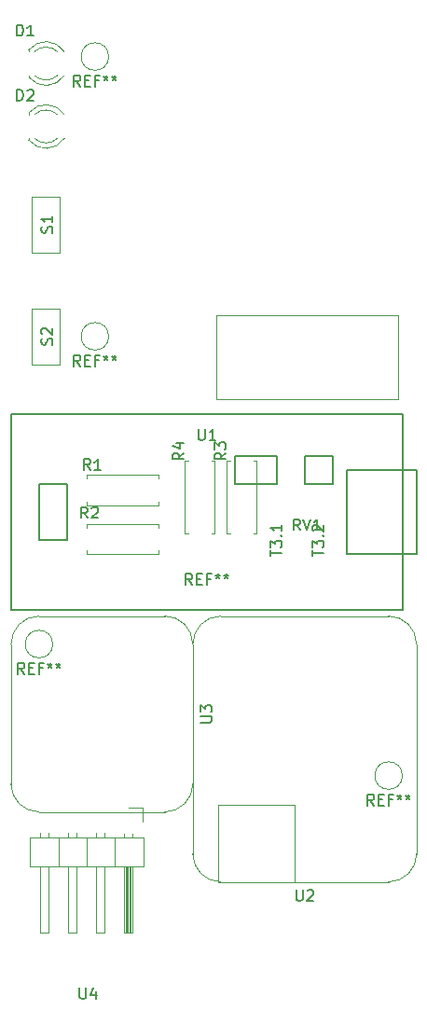
<source format=gbr>
G04 #@! TF.GenerationSoftware,KiCad,Pcbnew,(5.1.2)-2*
G04 #@! TF.CreationDate,2020-04-13T12:01:29-04:00*
G04 #@! TF.ProjectId,TeensyLC_DRV8871_MPRLS_Qwiic_v01,5465656e-7379-44c4-935f-445256383837,rev?*
G04 #@! TF.SameCoordinates,Original*
G04 #@! TF.FileFunction,Legend,Top*
G04 #@! TF.FilePolarity,Positive*
%FSLAX46Y46*%
G04 Gerber Fmt 4.6, Leading zero omitted, Abs format (unit mm)*
G04 Created by KiCad (PCBNEW (5.1.2)-2) date 2020-04-13 12:01:29*
%MOMM*%
%LPD*%
G04 APERTURE LIST*
%ADD10C,0.120000*%
%ADD11C,0.150000*%
G04 APERTURE END LIST*
D10*
X60941000Y-65278000D02*
G75*
G03X60941000Y-65278000I-1251000J0D01*
G01*
X34271000Y0D02*
G75*
G03X34271000Y0I-1251000J0D01*
G01*
X34271000Y-25400000D02*
G75*
G03X34271000Y-25400000I-1251000J0D01*
G01*
X29191000Y-53340000D02*
G75*
G03X29191000Y-53340000I-1251000J0D01*
G01*
X44450000Y-50800000D02*
X59690000Y-50800000D01*
X62230000Y-53340000D02*
X62230000Y-72390000D01*
X59690000Y-74930000D02*
X44450000Y-74930000D01*
X41910000Y-72390000D02*
X41910000Y-54610000D01*
X41910000Y-54610000D02*
X41910000Y-53340000D01*
X41910000Y-53340000D02*
G75*
G02X44450000Y-50800000I2540000J0D01*
G01*
X59690000Y-50800000D02*
G75*
G02X62230000Y-53340000I0J-2540000D01*
G01*
X62230000Y-72390000D02*
G75*
G02X59690000Y-74930000I-2540000J0D01*
G01*
X44450000Y-74930000D02*
G75*
G02X41910000Y-72390000I0J2540000D01*
G01*
X44196000Y-74930000D02*
X44196000Y-67945000D01*
X44196000Y-67945000D02*
X51181000Y-67945000D01*
X44196000Y-74930000D02*
X50419000Y-74930000D01*
X51181000Y-74930000D02*
X51181000Y-67945000D01*
D11*
X60960000Y-37540001D02*
X62230000Y-37540001D01*
X62230000Y-37540001D02*
X62230000Y-45160001D01*
X62230000Y-45160001D02*
X60960000Y-45160001D01*
X49530000Y-36270001D02*
X45720000Y-36270001D01*
X45720000Y-36270001D02*
X45720000Y-38810001D01*
X27940000Y-38810001D02*
X30480000Y-38810001D01*
X30480000Y-38810001D02*
X30480000Y-43890001D01*
X55880000Y-37540001D02*
X60960000Y-37540001D01*
X52070000Y-36270001D02*
X52070000Y-38810001D01*
X55880000Y-45160001D02*
X60960000Y-45160001D01*
X27940000Y-43890001D02*
X27940000Y-38810001D01*
X25400000Y-50240001D02*
X25400000Y-32460001D01*
X54610000Y-38810001D02*
X54610000Y-36270001D01*
X30480000Y-43890001D02*
X27940000Y-43890001D01*
X52070000Y-38810001D02*
X54610000Y-38810001D01*
X45720000Y-38810001D02*
X49530000Y-38810001D01*
X54610000Y-36270001D02*
X52070000Y-36270001D01*
X25400000Y-32460001D02*
X60960000Y-32460001D01*
X60960000Y-32460001D02*
X60960000Y-50240001D01*
X49530000Y-38810001D02*
X49530000Y-36270001D01*
X55880000Y-37540001D02*
X55880000Y-45160001D01*
X60960000Y-50240001D02*
X25400000Y-50240001D01*
D10*
X29845000Y-17780000D02*
X27305000Y-17780000D01*
X29845000Y-12700000D02*
X29845000Y-17780000D01*
X27305000Y-12700000D02*
X29845000Y-12700000D01*
X27305000Y-17780000D02*
X27305000Y-12700000D01*
X29845000Y-27940000D02*
X27305000Y-27940000D01*
X29845000Y-22860000D02*
X29845000Y-27940000D01*
X27305000Y-22860000D02*
X29845000Y-22860000D01*
X27305000Y-27940000D02*
X27305000Y-22860000D01*
X30247335Y443608D02*
G75*
G03X27015000Y600516I-1672335J-1078608D01*
G01*
X30247335Y-1713608D02*
G75*
G02X27015000Y-1870516I-1672335J1078608D01*
G01*
X29616130Y444837D02*
G75*
G03X27534039Y445000I-1041130J-1079837D01*
G01*
X29616130Y-1714837D02*
G75*
G02X27534039Y-1715000I-1041130J1079837D01*
G01*
X27015000Y601000D02*
X27015000Y445000D01*
X27015000Y-1715000D02*
X27015000Y-1871000D01*
X27015000Y-7430000D02*
X27015000Y-7586000D01*
X27015000Y-5114000D02*
X27015000Y-5270000D01*
X29616130Y-7429837D02*
G75*
G02X27534039Y-7430000I-1041130J1079837D01*
G01*
X29616130Y-5270163D02*
G75*
G03X27534039Y-5270000I-1041130J-1079837D01*
G01*
X30247335Y-7428608D02*
G75*
G02X27015000Y-7585516I-1672335J1078608D01*
G01*
X30247335Y-5271392D02*
G75*
G03X27015000Y-5114484I-1672335J-1078608D01*
G01*
X38830000Y-40740000D02*
X38830000Y-40410000D01*
X32290000Y-40740000D02*
X38830000Y-40740000D01*
X32290000Y-40410000D02*
X32290000Y-40740000D01*
X38830000Y-38000000D02*
X38830000Y-38330000D01*
X32290000Y-38000000D02*
X38830000Y-38000000D01*
X32290000Y-38330000D02*
X32290000Y-38000000D01*
X32290000Y-42775000D02*
X32290000Y-42445000D01*
X32290000Y-42445000D02*
X38830000Y-42445000D01*
X38830000Y-42445000D02*
X38830000Y-42775000D01*
X32290000Y-44855000D02*
X32290000Y-45185000D01*
X32290000Y-45185000D02*
X38830000Y-45185000D01*
X38830000Y-45185000D02*
X38830000Y-44855000D01*
X47395000Y-36735000D02*
X47725000Y-36735000D01*
X47725000Y-36735000D02*
X47725000Y-43275000D01*
X47725000Y-43275000D02*
X47395000Y-43275000D01*
X45315000Y-36735000D02*
X44985000Y-36735000D01*
X44985000Y-36735000D02*
X44985000Y-43275000D01*
X44985000Y-43275000D02*
X45315000Y-43275000D01*
X41175000Y-43275000D02*
X41505000Y-43275000D01*
X41175000Y-36735000D02*
X41175000Y-43275000D01*
X41505000Y-36735000D02*
X41175000Y-36735000D01*
X43915000Y-43275000D02*
X43585000Y-43275000D01*
X43915000Y-36735000D02*
X43915000Y-43275000D01*
X43585000Y-36735000D02*
X43915000Y-36735000D01*
X44005500Y-31115000D02*
X60515500Y-31115000D01*
X60515500Y-31115000D02*
X60515500Y-23495000D01*
X60515500Y-23495000D02*
X44005500Y-23495000D01*
X44005500Y-23495000D02*
X44005500Y-31115000D01*
X25400000Y-66040000D02*
X25400000Y-53340000D01*
X27940000Y-50800000D02*
X39370000Y-50800000D01*
X41910000Y-53340000D02*
X41910000Y-66040000D01*
X39370000Y-68580000D02*
X27940000Y-68580000D01*
X27940000Y-68580000D02*
G75*
G02X25400000Y-66040000I0J2540000D01*
G01*
X25400000Y-53340000D02*
G75*
G02X27940000Y-50800000I2540000J0D01*
G01*
X39370000Y-50800000D02*
G75*
G02X41910000Y-53340000I0J-2540000D01*
G01*
X41910000Y-66040000D02*
G75*
G02X39370000Y-68580000I-2540000J0D01*
G01*
X36450000Y-70570000D02*
X36450000Y-70900000D01*
X37400000Y-73560000D02*
X37400000Y-70900000D01*
X37340000Y-68190000D02*
X37340000Y-69460000D01*
X36150000Y-73560000D02*
X36150000Y-79560000D01*
X32260000Y-70900000D02*
X32260000Y-73560000D01*
X35690000Y-79560000D02*
X35690000Y-73560000D01*
X28830000Y-70502929D02*
X28830000Y-70900000D01*
X36270000Y-73560000D02*
X36270000Y-79560000D01*
X33910000Y-79560000D02*
X33150000Y-79560000D01*
X36070000Y-68190000D02*
X37340000Y-68190000D01*
X33150000Y-70502929D02*
X33150000Y-70900000D01*
X28070000Y-70502929D02*
X28070000Y-70900000D01*
X28830000Y-73560000D02*
X28830000Y-79560000D01*
X29720000Y-70900000D02*
X29720000Y-73560000D01*
X30610000Y-70502929D02*
X30610000Y-70900000D01*
X30610000Y-79560000D02*
X30610000Y-73560000D01*
X33910000Y-70502929D02*
X33910000Y-70900000D01*
X33910000Y-73560000D02*
X33910000Y-79560000D01*
X36030000Y-73560000D02*
X36030000Y-79560000D01*
X36390000Y-73560000D02*
X36390000Y-79560000D01*
X37400000Y-70900000D02*
X27120000Y-70900000D01*
X35690000Y-70570000D02*
X35690000Y-70900000D01*
X27120000Y-73560000D02*
X37400000Y-73560000D01*
X31370000Y-79560000D02*
X30610000Y-79560000D01*
X28070000Y-79560000D02*
X28070000Y-73560000D01*
X28830000Y-79560000D02*
X28070000Y-79560000D01*
X31370000Y-70502929D02*
X31370000Y-70900000D01*
X31370000Y-73560000D02*
X31370000Y-79560000D01*
X35910000Y-73560000D02*
X35910000Y-79560000D01*
X33150000Y-79560000D02*
X33150000Y-73560000D01*
X36450000Y-73560000D02*
X36450000Y-79560000D01*
X34800000Y-70900000D02*
X34800000Y-73560000D01*
X35790000Y-73560000D02*
X35790000Y-79560000D01*
X36450000Y-79560000D02*
X35690000Y-79560000D01*
X27120000Y-70900000D02*
X27120000Y-73560000D01*
D11*
X58356666Y-67980380D02*
X58023333Y-67504190D01*
X57785238Y-67980380D02*
X57785238Y-66980380D01*
X58166190Y-66980380D01*
X58261428Y-67028000D01*
X58309047Y-67075619D01*
X58356666Y-67170857D01*
X58356666Y-67313714D01*
X58309047Y-67408952D01*
X58261428Y-67456571D01*
X58166190Y-67504190D01*
X57785238Y-67504190D01*
X58785238Y-67456571D02*
X59118571Y-67456571D01*
X59261428Y-67980380D02*
X58785238Y-67980380D01*
X58785238Y-66980380D01*
X59261428Y-66980380D01*
X60023333Y-67456571D02*
X59690000Y-67456571D01*
X59690000Y-67980380D02*
X59690000Y-66980380D01*
X60166190Y-66980380D01*
X60690000Y-66980380D02*
X60690000Y-67218476D01*
X60451904Y-67123238D02*
X60690000Y-67218476D01*
X60928095Y-67123238D01*
X60547142Y-67408952D02*
X60690000Y-67218476D01*
X60832857Y-67408952D01*
X61451904Y-66980380D02*
X61451904Y-67218476D01*
X61213809Y-67123238D02*
X61451904Y-67218476D01*
X61690000Y-67123238D01*
X61309047Y-67408952D02*
X61451904Y-67218476D01*
X61594761Y-67408952D01*
X31686666Y-2702380D02*
X31353333Y-2226190D01*
X31115238Y-2702380D02*
X31115238Y-1702380D01*
X31496190Y-1702380D01*
X31591428Y-1750000D01*
X31639047Y-1797619D01*
X31686666Y-1892857D01*
X31686666Y-2035714D01*
X31639047Y-2130952D01*
X31591428Y-2178571D01*
X31496190Y-2226190D01*
X31115238Y-2226190D01*
X32115238Y-2178571D02*
X32448571Y-2178571D01*
X32591428Y-2702380D02*
X32115238Y-2702380D01*
X32115238Y-1702380D01*
X32591428Y-1702380D01*
X33353333Y-2178571D02*
X33020000Y-2178571D01*
X33020000Y-2702380D02*
X33020000Y-1702380D01*
X33496190Y-1702380D01*
X34020000Y-1702380D02*
X34020000Y-1940476D01*
X33781904Y-1845238D02*
X34020000Y-1940476D01*
X34258095Y-1845238D01*
X33877142Y-2130952D02*
X34020000Y-1940476D01*
X34162857Y-2130952D01*
X34781904Y-1702380D02*
X34781904Y-1940476D01*
X34543809Y-1845238D02*
X34781904Y-1940476D01*
X35020000Y-1845238D01*
X34639047Y-2130952D02*
X34781904Y-1940476D01*
X34924761Y-2130952D01*
X31686666Y-28102380D02*
X31353333Y-27626190D01*
X31115238Y-28102380D02*
X31115238Y-27102380D01*
X31496190Y-27102380D01*
X31591428Y-27150000D01*
X31639047Y-27197619D01*
X31686666Y-27292857D01*
X31686666Y-27435714D01*
X31639047Y-27530952D01*
X31591428Y-27578571D01*
X31496190Y-27626190D01*
X31115238Y-27626190D01*
X32115238Y-27578571D02*
X32448571Y-27578571D01*
X32591428Y-28102380D02*
X32115238Y-28102380D01*
X32115238Y-27102380D01*
X32591428Y-27102380D01*
X33353333Y-27578571D02*
X33020000Y-27578571D01*
X33020000Y-28102380D02*
X33020000Y-27102380D01*
X33496190Y-27102380D01*
X34020000Y-27102380D02*
X34020000Y-27340476D01*
X33781904Y-27245238D02*
X34020000Y-27340476D01*
X34258095Y-27245238D01*
X33877142Y-27530952D02*
X34020000Y-27340476D01*
X34162857Y-27530952D01*
X34781904Y-27102380D02*
X34781904Y-27340476D01*
X34543809Y-27245238D02*
X34781904Y-27340476D01*
X35020000Y-27245238D01*
X34639047Y-27530952D02*
X34781904Y-27340476D01*
X34924761Y-27530952D01*
X26606666Y-56042380D02*
X26273333Y-55566190D01*
X26035238Y-56042380D02*
X26035238Y-55042380D01*
X26416190Y-55042380D01*
X26511428Y-55090000D01*
X26559047Y-55137619D01*
X26606666Y-55232857D01*
X26606666Y-55375714D01*
X26559047Y-55470952D01*
X26511428Y-55518571D01*
X26416190Y-55566190D01*
X26035238Y-55566190D01*
X27035238Y-55518571D02*
X27368571Y-55518571D01*
X27511428Y-56042380D02*
X27035238Y-56042380D01*
X27035238Y-55042380D01*
X27511428Y-55042380D01*
X28273333Y-55518571D02*
X27940000Y-55518571D01*
X27940000Y-56042380D02*
X27940000Y-55042380D01*
X28416190Y-55042380D01*
X28940000Y-55042380D02*
X28940000Y-55280476D01*
X28701904Y-55185238D02*
X28940000Y-55280476D01*
X29178095Y-55185238D01*
X28797142Y-55470952D02*
X28940000Y-55280476D01*
X29082857Y-55470952D01*
X29701904Y-55042380D02*
X29701904Y-55280476D01*
X29463809Y-55185238D02*
X29701904Y-55280476D01*
X29940000Y-55185238D01*
X29559047Y-55470952D02*
X29701904Y-55280476D01*
X29844761Y-55470952D01*
X51308095Y-75652380D02*
X51308095Y-76461904D01*
X51355714Y-76557142D01*
X51403333Y-76604761D01*
X51498571Y-76652380D01*
X51689047Y-76652380D01*
X51784285Y-76604761D01*
X51831904Y-76557142D01*
X51879523Y-76461904D01*
X51879523Y-75652380D01*
X52308095Y-75747619D02*
X52355714Y-75700000D01*
X52450952Y-75652380D01*
X52689047Y-75652380D01*
X52784285Y-75700000D01*
X52831904Y-75747619D01*
X52879523Y-75842857D01*
X52879523Y-75938095D01*
X52831904Y-76080952D01*
X52260476Y-76652380D01*
X52879523Y-76652380D01*
X42418095Y-33817381D02*
X42418095Y-34626905D01*
X42465714Y-34722143D01*
X42513333Y-34769762D01*
X42608571Y-34817381D01*
X42799047Y-34817381D01*
X42894285Y-34769762D01*
X42941904Y-34722143D01*
X42989523Y-34626905D01*
X42989523Y-33817381D01*
X43989523Y-34817381D02*
X43418095Y-34817381D01*
X43703809Y-34817381D02*
X43703809Y-33817381D01*
X43608571Y-33960239D01*
X43513333Y-34055477D01*
X43418095Y-34103096D01*
X48982380Y-45366191D02*
X48982380Y-44794762D01*
X49982380Y-45080477D02*
X48982380Y-45080477D01*
X48982380Y-44556667D02*
X48982380Y-43937620D01*
X49363333Y-44270953D01*
X49363333Y-44128096D01*
X49410952Y-44032858D01*
X49458571Y-43985239D01*
X49553809Y-43937620D01*
X49791904Y-43937620D01*
X49887142Y-43985239D01*
X49934761Y-44032858D01*
X49982380Y-44128096D01*
X49982380Y-44413810D01*
X49934761Y-44509048D01*
X49887142Y-44556667D01*
X49887142Y-43509048D02*
X49934761Y-43461429D01*
X49982380Y-43509048D01*
X49934761Y-43556667D01*
X49887142Y-43509048D01*
X49982380Y-43509048D01*
X49982380Y-42509048D02*
X49982380Y-43080477D01*
X49982380Y-42794762D02*
X48982380Y-42794762D01*
X49125238Y-42890001D01*
X49220476Y-42985239D01*
X49268095Y-43080477D01*
X41846666Y-47950380D02*
X41513333Y-47474190D01*
X41275238Y-47950380D02*
X41275238Y-46950380D01*
X41656190Y-46950380D01*
X41751428Y-46998000D01*
X41799047Y-47045619D01*
X41846666Y-47140857D01*
X41846666Y-47283714D01*
X41799047Y-47378952D01*
X41751428Y-47426571D01*
X41656190Y-47474190D01*
X41275238Y-47474190D01*
X42275238Y-47426571D02*
X42608571Y-47426571D01*
X42751428Y-47950380D02*
X42275238Y-47950380D01*
X42275238Y-46950380D01*
X42751428Y-46950380D01*
X43513333Y-47426571D02*
X43180000Y-47426571D01*
X43180000Y-47950380D02*
X43180000Y-46950380D01*
X43656190Y-46950380D01*
X44180000Y-46950380D02*
X44180000Y-47188476D01*
X43941904Y-47093238D02*
X44180000Y-47188476D01*
X44418095Y-47093238D01*
X44037142Y-47378952D02*
X44180000Y-47188476D01*
X44322857Y-47378952D01*
X44941904Y-46950380D02*
X44941904Y-47188476D01*
X44703809Y-47093238D02*
X44941904Y-47188476D01*
X45180000Y-47093238D01*
X44799047Y-47378952D02*
X44941904Y-47188476D01*
X45084761Y-47378952D01*
X52792380Y-45366191D02*
X52792380Y-44794762D01*
X53792380Y-45080477D02*
X52792380Y-45080477D01*
X52792380Y-44556667D02*
X52792380Y-43937620D01*
X53173333Y-44270953D01*
X53173333Y-44128096D01*
X53220952Y-44032858D01*
X53268571Y-43985239D01*
X53363809Y-43937620D01*
X53601904Y-43937620D01*
X53697142Y-43985239D01*
X53744761Y-44032858D01*
X53792380Y-44128096D01*
X53792380Y-44413810D01*
X53744761Y-44509048D01*
X53697142Y-44556667D01*
X53697142Y-43509048D02*
X53744761Y-43461429D01*
X53792380Y-43509048D01*
X53744761Y-43556667D01*
X53697142Y-43509048D01*
X53792380Y-43509048D01*
X52887619Y-43080477D02*
X52840000Y-43032858D01*
X52792380Y-42937620D01*
X52792380Y-42699524D01*
X52840000Y-42604286D01*
X52887619Y-42556667D01*
X52982857Y-42509048D01*
X53078095Y-42509048D01*
X53220952Y-42556667D01*
X53792380Y-43128096D01*
X53792380Y-42509048D01*
X29106761Y-16001904D02*
X29154380Y-15859047D01*
X29154380Y-15620952D01*
X29106761Y-15525714D01*
X29059142Y-15478095D01*
X28963904Y-15430476D01*
X28868666Y-15430476D01*
X28773428Y-15478095D01*
X28725809Y-15525714D01*
X28678190Y-15620952D01*
X28630571Y-15811428D01*
X28582952Y-15906666D01*
X28535333Y-15954285D01*
X28440095Y-16001904D01*
X28344857Y-16001904D01*
X28249619Y-15954285D01*
X28202000Y-15906666D01*
X28154380Y-15811428D01*
X28154380Y-15573333D01*
X28202000Y-15430476D01*
X29154380Y-14478095D02*
X29154380Y-15049523D01*
X29154380Y-14763809D02*
X28154380Y-14763809D01*
X28297238Y-14859047D01*
X28392476Y-14954285D01*
X28440095Y-15049523D01*
X29106761Y-26161904D02*
X29154380Y-26019047D01*
X29154380Y-25780952D01*
X29106761Y-25685714D01*
X29059142Y-25638095D01*
X28963904Y-25590476D01*
X28868666Y-25590476D01*
X28773428Y-25638095D01*
X28725809Y-25685714D01*
X28678190Y-25780952D01*
X28630571Y-25971428D01*
X28582952Y-26066666D01*
X28535333Y-26114285D01*
X28440095Y-26161904D01*
X28344857Y-26161904D01*
X28249619Y-26114285D01*
X28202000Y-26066666D01*
X28154380Y-25971428D01*
X28154380Y-25733333D01*
X28202000Y-25590476D01*
X28249619Y-25209523D02*
X28202000Y-25161904D01*
X28154380Y-25066666D01*
X28154380Y-24828571D01*
X28202000Y-24733333D01*
X28249619Y-24685714D01*
X28344857Y-24638095D01*
X28440095Y-24638095D01*
X28582952Y-24685714D01*
X29154380Y-25257142D01*
X29154380Y-24638095D01*
X25931904Y1872619D02*
X25931904Y2872619D01*
X26170000Y2872619D01*
X26312857Y2825000D01*
X26408095Y2729761D01*
X26455714Y2634523D01*
X26503333Y2444047D01*
X26503333Y2301190D01*
X26455714Y2110714D01*
X26408095Y2015476D01*
X26312857Y1920238D01*
X26170000Y1872619D01*
X25931904Y1872619D01*
X27455714Y1872619D02*
X26884285Y1872619D01*
X27170000Y1872619D02*
X27170000Y2872619D01*
X27074761Y2729761D01*
X26979523Y2634523D01*
X26884285Y2586904D01*
X25931904Y-4008380D02*
X25931904Y-3008380D01*
X26170000Y-3008380D01*
X26312857Y-3056000D01*
X26408095Y-3151238D01*
X26455714Y-3246476D01*
X26503333Y-3436952D01*
X26503333Y-3579809D01*
X26455714Y-3770285D01*
X26408095Y-3865523D01*
X26312857Y-3960761D01*
X26170000Y-4008380D01*
X25931904Y-4008380D01*
X26884285Y-3103619D02*
X26931904Y-3056000D01*
X27027142Y-3008380D01*
X27265238Y-3008380D01*
X27360476Y-3056000D01*
X27408095Y-3103619D01*
X27455714Y-3198857D01*
X27455714Y-3294095D01*
X27408095Y-3436952D01*
X26836666Y-4008380D01*
X27455714Y-4008380D01*
X32599333Y-37536380D02*
X32266000Y-37060190D01*
X32027904Y-37536380D02*
X32027904Y-36536380D01*
X32408857Y-36536380D01*
X32504095Y-36584000D01*
X32551714Y-36631619D01*
X32599333Y-36726857D01*
X32599333Y-36869714D01*
X32551714Y-36964952D01*
X32504095Y-37012571D01*
X32408857Y-37060190D01*
X32027904Y-37060190D01*
X33551714Y-37536380D02*
X32980285Y-37536380D01*
X33266000Y-37536380D02*
X33266000Y-36536380D01*
X33170761Y-36679238D01*
X33075523Y-36774476D01*
X32980285Y-36822095D01*
X32345333Y-41897380D02*
X32012000Y-41421190D01*
X31773904Y-41897380D02*
X31773904Y-40897380D01*
X32154857Y-40897380D01*
X32250095Y-40945000D01*
X32297714Y-40992619D01*
X32345333Y-41087857D01*
X32345333Y-41230714D01*
X32297714Y-41325952D01*
X32250095Y-41373571D01*
X32154857Y-41421190D01*
X31773904Y-41421190D01*
X32726285Y-40992619D02*
X32773904Y-40945000D01*
X32869142Y-40897380D01*
X33107238Y-40897380D01*
X33202476Y-40945000D01*
X33250095Y-40992619D01*
X33297714Y-41087857D01*
X33297714Y-41183095D01*
X33250095Y-41325952D01*
X32678666Y-41897380D01*
X33297714Y-41897380D01*
X44902380Y-35980666D02*
X44426190Y-36314000D01*
X44902380Y-36552095D02*
X43902380Y-36552095D01*
X43902380Y-36171142D01*
X43950000Y-36075904D01*
X43997619Y-36028285D01*
X44092857Y-35980666D01*
X44235714Y-35980666D01*
X44330952Y-36028285D01*
X44378571Y-36075904D01*
X44426190Y-36171142D01*
X44426190Y-36552095D01*
X43902380Y-35647333D02*
X43902380Y-35028285D01*
X44283333Y-35361619D01*
X44283333Y-35218761D01*
X44330952Y-35123523D01*
X44378571Y-35075904D01*
X44473809Y-35028285D01*
X44711904Y-35028285D01*
X44807142Y-35075904D01*
X44854761Y-35123523D01*
X44902380Y-35218761D01*
X44902380Y-35504476D01*
X44854761Y-35599714D01*
X44807142Y-35647333D01*
X41092380Y-35980666D02*
X40616190Y-36314000D01*
X41092380Y-36552095D02*
X40092380Y-36552095D01*
X40092380Y-36171142D01*
X40140000Y-36075904D01*
X40187619Y-36028285D01*
X40282857Y-35980666D01*
X40425714Y-35980666D01*
X40520952Y-36028285D01*
X40568571Y-36075904D01*
X40616190Y-36171142D01*
X40616190Y-36552095D01*
X40425714Y-35123523D02*
X41092380Y-35123523D01*
X40044761Y-35361619D02*
X40759047Y-35599714D01*
X40759047Y-34980666D01*
X51665261Y-42997380D02*
X51331928Y-42521190D01*
X51093833Y-42997380D02*
X51093833Y-41997380D01*
X51474785Y-41997380D01*
X51570023Y-42045000D01*
X51617642Y-42092619D01*
X51665261Y-42187857D01*
X51665261Y-42330714D01*
X51617642Y-42425952D01*
X51570023Y-42473571D01*
X51474785Y-42521190D01*
X51093833Y-42521190D01*
X51950976Y-41997380D02*
X52284309Y-42997380D01*
X52617642Y-41997380D01*
X53474785Y-42997380D02*
X52903357Y-42997380D01*
X53189071Y-42997380D02*
X53189071Y-41997380D01*
X53093833Y-42140238D01*
X52998595Y-42235476D01*
X52903357Y-42283095D01*
X42632380Y-60451904D02*
X43441904Y-60451904D01*
X43537142Y-60404285D01*
X43584761Y-60356666D01*
X43632380Y-60261428D01*
X43632380Y-60070952D01*
X43584761Y-59975714D01*
X43537142Y-59928095D01*
X43441904Y-59880476D01*
X42632380Y-59880476D01*
X42632380Y-59499523D02*
X42632380Y-58880476D01*
X43013333Y-59213809D01*
X43013333Y-59070952D01*
X43060952Y-58975714D01*
X43108571Y-58928095D01*
X43203809Y-58880476D01*
X43441904Y-58880476D01*
X43537142Y-58928095D01*
X43584761Y-58975714D01*
X43632380Y-59070952D01*
X43632380Y-59356666D01*
X43584761Y-59451904D01*
X43537142Y-59499523D01*
X31623095Y-84542380D02*
X31623095Y-85351904D01*
X31670714Y-85447142D01*
X31718333Y-85494761D01*
X31813571Y-85542380D01*
X32004047Y-85542380D01*
X32099285Y-85494761D01*
X32146904Y-85447142D01*
X32194523Y-85351904D01*
X32194523Y-84542380D01*
X33099285Y-84875714D02*
X33099285Y-85542380D01*
X32861190Y-84494761D02*
X32623095Y-85209047D01*
X33242142Y-85209047D01*
M02*

</source>
